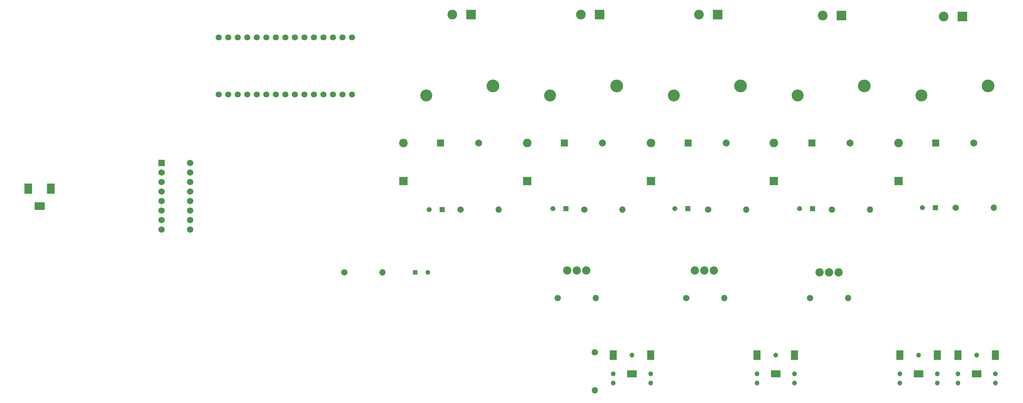
<source format=gts>
G04 #@! TF.GenerationSoftware,KiCad,Pcbnew,5.1.5-52549c5~84~ubuntu18.04.1*
G04 #@! TF.CreationDate,2020-02-05T02:02:32-05:00*
G04 #@! TF.ProjectId,cropdroid-room,63726f70-6472-46f6-9964-2d726f6f6d2e,v0.1a*
G04 #@! TF.SameCoordinates,Original*
G04 #@! TF.FileFunction,Soldermask,Top*
G04 #@! TF.FilePolarity,Negative*
%FSLAX46Y46*%
G04 Gerber Fmt 4.6, Leading zero omitted, Abs format (unit mm)*
G04 Created by KiCad (PCBNEW 5.1.5-52549c5~84~ubuntu18.04.1) date 2020-02-05 02:02:32*
%MOMM*%
%LPD*%
G04 APERTURE LIST*
%ADD10C,3.391600*%
%ADD11C,3.191600*%
%ADD12R,1.861600X1.861600*%
%ADD13C,1.861600*%
%ADD14C,1.631600*%
%ADD15O,1.701600X1.701600*%
%ADD16C,1.701600*%
%ADD17R,1.701600X1.701600*%
%ADD18C,2.201600*%
%ADD19C,2.601600*%
%ADD20R,2.601600X2.601600*%
%ADD21R,2.101600X2.701600*%
%ADD22R,2.701600X2.101600*%
%ADD23C,1.259600*%
%ADD24R,1.259600X1.259600*%
%ADD25C,1.331600*%
%ADD26R,1.331600X1.331600*%
%ADD27O,2.301600X2.301600*%
%ADD28R,2.301600X2.301600*%
%ADD29C,1.301600*%
%ADD30R,2.601600X1.901600*%
%ADD31R,1.901600X2.601600*%
G04 APERTURE END LIST*
D10*
X243332000Y-38354000D03*
D11*
X225552000Y-40894000D03*
D12*
X229362000Y-53594000D03*
D13*
X239522000Y-53594000D03*
D14*
X71120000Y-40640000D03*
X73660000Y-40640000D03*
X76200000Y-40640000D03*
X78740000Y-40640000D03*
X81280000Y-40640000D03*
X83820000Y-40640000D03*
X86360000Y-40640000D03*
X88900000Y-40640000D03*
X91440000Y-40640000D03*
X93980000Y-40640000D03*
X96520000Y-40640000D03*
X99060000Y-40640000D03*
X101600000Y-40640000D03*
X104140000Y-40640000D03*
X106680000Y-40640000D03*
X71120000Y-25400000D03*
X73660000Y-25400000D03*
X76200000Y-25400000D03*
X78740000Y-25400000D03*
X81280000Y-25400000D03*
X83820000Y-25400000D03*
X86360000Y-25400000D03*
X88900000Y-25400000D03*
X91440000Y-25400000D03*
X93980000Y-25400000D03*
X96520000Y-25400000D03*
X99060000Y-25400000D03*
X101600000Y-25400000D03*
X104140000Y-25400000D03*
X106680000Y-25400000D03*
D15*
X239014000Y-94996000D03*
D16*
X228854000Y-94996000D03*
D15*
X205994000Y-94996000D03*
D16*
X195834000Y-94996000D03*
D15*
X171704000Y-94996000D03*
D16*
X161544000Y-94996000D03*
D15*
X114808000Y-88138000D03*
D16*
X104648000Y-88138000D03*
D15*
X171450000Y-119634000D03*
D16*
X171450000Y-109474000D03*
D15*
X277876000Y-70866000D03*
D16*
X267716000Y-70866000D03*
D15*
X244856000Y-71374000D03*
D16*
X234696000Y-71374000D03*
D15*
X211836000Y-71374000D03*
D16*
X201676000Y-71374000D03*
D15*
X178816000Y-71374000D03*
D16*
X168656000Y-71374000D03*
D15*
X145796000Y-71374000D03*
D16*
X135636000Y-71374000D03*
X63500000Y-76708000D03*
X55880000Y-76708000D03*
X63500000Y-58928000D03*
X63500000Y-61468000D03*
X63500000Y-64008000D03*
X63500000Y-66548000D03*
X63500000Y-69088000D03*
X63500000Y-71628000D03*
X63500000Y-74168000D03*
X55880000Y-74168000D03*
X55880000Y-71628000D03*
X55880000Y-69088000D03*
X55880000Y-66548000D03*
X55880000Y-64008000D03*
X55880000Y-61468000D03*
D17*
X55880000Y-58928000D03*
D10*
X276352000Y-38354000D03*
D11*
X258572000Y-40894000D03*
D12*
X262382000Y-53594000D03*
D13*
X272542000Y-53594000D03*
D10*
X210312000Y-38354000D03*
D11*
X192532000Y-40894000D03*
D12*
X196342000Y-53594000D03*
D13*
X206502000Y-53594000D03*
D10*
X177292000Y-38354000D03*
D11*
X159512000Y-40894000D03*
D12*
X163322000Y-53594000D03*
D13*
X173482000Y-53594000D03*
D10*
X144272000Y-38354000D03*
D11*
X126492000Y-40894000D03*
D12*
X130302000Y-53594000D03*
D13*
X140462000Y-53594000D03*
D18*
X236474000Y-88138000D03*
X233934000Y-88138000D03*
X231394000Y-88138000D03*
X203200000Y-87630000D03*
X200660000Y-87630000D03*
X198120000Y-87630000D03*
X169164000Y-87630000D03*
X166624000Y-87630000D03*
X164084000Y-87630000D03*
D19*
X264494000Y-19812000D03*
D20*
X269494000Y-19812000D03*
D19*
X232236000Y-19558000D03*
D20*
X237236000Y-19558000D03*
D19*
X199216000Y-19304000D03*
D20*
X204216000Y-19304000D03*
D19*
X167720000Y-19304000D03*
D20*
X172720000Y-19304000D03*
D21*
X20368000Y-65786000D03*
X26368000Y-65786000D03*
D22*
X23368000Y-70486000D03*
D19*
X133430000Y-19304000D03*
D20*
X138430000Y-19304000D03*
D23*
X126922000Y-88138000D03*
D24*
X123522000Y-88138000D03*
D25*
X258854000Y-70866000D03*
D26*
X262354000Y-70866000D03*
D27*
X252476000Y-53594000D03*
D28*
X252476000Y-63754000D03*
D25*
X226088000Y-71120000D03*
D26*
X229588000Y-71120000D03*
D27*
X219202000Y-53594000D03*
D28*
X219202000Y-63754000D03*
D25*
X192814000Y-71120000D03*
D26*
X196314000Y-71120000D03*
D27*
X186436000Y-53594000D03*
D28*
X186436000Y-63754000D03*
D25*
X160302000Y-71120000D03*
D26*
X163802000Y-71120000D03*
D27*
X153416000Y-53594000D03*
D28*
X153416000Y-63754000D03*
D25*
X127282000Y-71374000D03*
D26*
X130782000Y-71374000D03*
D27*
X120396000Y-53594000D03*
D28*
X120396000Y-63754000D03*
D29*
X278304000Y-117736000D03*
X278304000Y-115236000D03*
X268304000Y-117736000D03*
X268304000Y-115236000D03*
X273304000Y-110236000D03*
D30*
X273304000Y-115236000D03*
D31*
X278304000Y-110236000D03*
X268304000Y-110236000D03*
D29*
X262810000Y-117736000D03*
X262810000Y-115236000D03*
X252810000Y-117736000D03*
X252810000Y-115236000D03*
X257810000Y-110236000D03*
D30*
X257810000Y-115236000D03*
D31*
X262810000Y-110236000D03*
X252810000Y-110236000D03*
D29*
X224710000Y-117736000D03*
X224710000Y-115236000D03*
X214710000Y-117736000D03*
X214710000Y-115236000D03*
X219710000Y-110236000D03*
D30*
X219710000Y-115236000D03*
D31*
X224710000Y-110236000D03*
X214710000Y-110236000D03*
D29*
X186356000Y-117736000D03*
X186356000Y-115236000D03*
X176356000Y-117736000D03*
X176356000Y-115236000D03*
X181356000Y-110236000D03*
D30*
X181356000Y-115236000D03*
D31*
X186356000Y-110236000D03*
X176356000Y-110236000D03*
M02*

</source>
